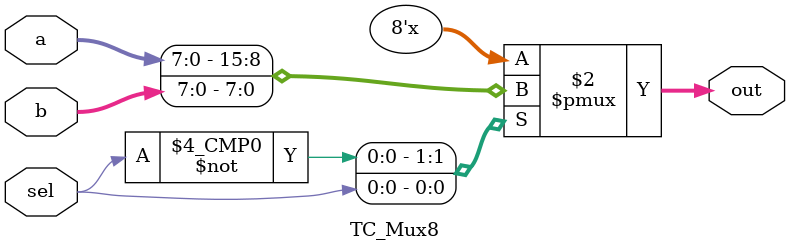
<source format=v>
module TC_Mux8(sel, a, b, out);
    input sel;
    input [7:0] a;
    input [7:0] b;
    output reg [7:0] out;
    
    always @ (sel or a or b) begin
        case(sel)
        1'b0 : out <= a;
        1'b1 : out <= b;
        endcase
    end
endmodule


</source>
